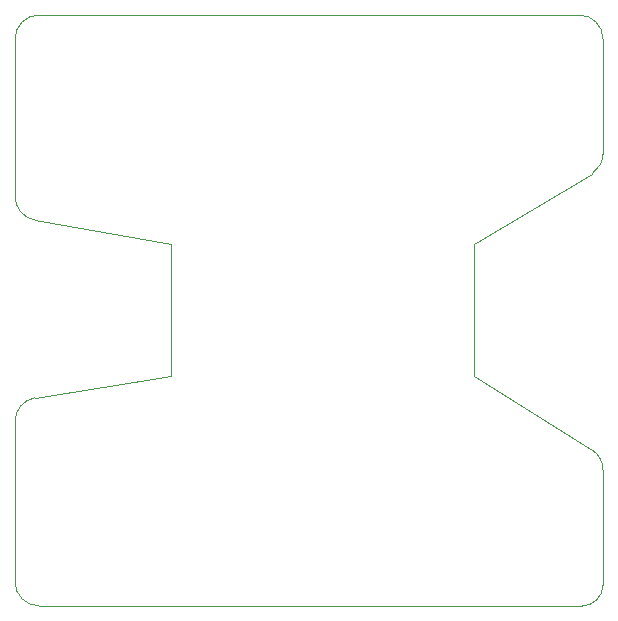
<source format=gm1>
G04 #@! TF.GenerationSoftware,KiCad,Pcbnew,(5.1.5)-3*
G04 #@! TF.CreationDate,2020-01-04T12:29:47-06:00*
G04 #@! TF.ProjectId,HMC1121_4W_6CM,484d4331-3132-4315-9f34-575f36434d2e,rev?*
G04 #@! TF.SameCoordinates,Original*
G04 #@! TF.FileFunction,Profile,NP*
%FSLAX46Y46*%
G04 Gerber Fmt 4.6, Leading zero omitted, Abs format (unit mm)*
G04 Created by KiCad (PCBNEW (5.1.5)-3) date 2020-01-04 12:29:47*
%MOMM*%
%LPD*%
G04 APERTURE LIST*
%ADD10C,0.050800*%
%ADD11C,0.050000*%
G04 APERTURE END LIST*
D10*
X178906707Y-83415979D02*
G75*
G03X179832000Y-81711800I-1106707J1704179D01*
G01*
X178906707Y-106804621D02*
G75*
G02X179832000Y-108508800I-1106707J-1704179D01*
G01*
X130046415Y-85342415D02*
G75*
G03X131749801Y-87350599I2033585J-1585D01*
G01*
X130046415Y-104395585D02*
G75*
G02X131749801Y-102387401I2033585J1585D01*
G01*
D11*
X130048000Y-72009000D02*
G75*
G02X132080000Y-69977000I2032000J0D01*
G01*
X130048000Y-117983000D02*
X130046415Y-104394000D01*
X132080000Y-120015000D02*
G75*
G02X130048000Y-117983000I0J2032000D01*
G01*
X178054000Y-120015000D02*
X132080000Y-120015000D01*
X179832000Y-118237000D02*
G75*
G02X178054000Y-120015000I-1778000J0D01*
G01*
X179832000Y-108508800D02*
X179832000Y-118237000D01*
X177800001Y-69976981D02*
G75*
G02X179831999Y-72000001I-1J-2032019D01*
G01*
X179832000Y-72000000D02*
X179832000Y-81711800D01*
X130048000Y-72009000D02*
X130048000Y-85344000D01*
D10*
X143256000Y-89408000D02*
X131749801Y-87350599D01*
X143256000Y-100584000D02*
X131749801Y-102387401D01*
X143256000Y-89408000D02*
X143256000Y-100584000D01*
X168910000Y-89408000D02*
X178906707Y-83415979D01*
X168910000Y-100584000D02*
X178906707Y-106804621D01*
X168910000Y-100584000D02*
X168910000Y-89408000D01*
X177800001Y-69976981D02*
X132080000Y-69977000D01*
M02*

</source>
